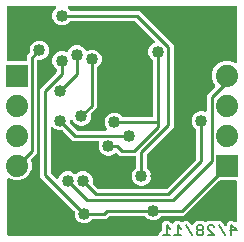
<source format=gbr>
G04 EAGLE Gerber RS-274X export*
G75*
%MOMM*%
%FSLAX34Y34*%
%LPD*%
%INBottom Copper*%
%IPPOS*%
%AMOC8*
5,1,8,0,0,1.08239X$1,22.5*%
G01*
%ADD10C,0.152400*%
%ADD11R,1.879600X1.879600*%
%ADD12C,1.879600*%
%ADD13C,0.254000*%
%ADD14C,1.016000*%

G36*
X131773Y4334D02*
X131773Y4334D01*
X131892Y4341D01*
X131930Y4354D01*
X131970Y4359D01*
X132081Y4402D01*
X132194Y4439D01*
X132228Y4461D01*
X132266Y4476D01*
X132362Y4545D01*
X132463Y4609D01*
X132490Y4639D01*
X132523Y4662D01*
X132599Y4754D01*
X132681Y4841D01*
X132700Y4876D01*
X132726Y4907D01*
X132777Y5015D01*
X132834Y5119D01*
X132844Y5159D01*
X132862Y5195D01*
X132884Y5312D01*
X132914Y5427D01*
X132917Y5487D01*
X132921Y5507D01*
X132920Y5528D01*
X132924Y5588D01*
X132924Y6150D01*
X135433Y8660D01*
X135494Y8738D01*
X135562Y8810D01*
X135591Y8863D01*
X135628Y8911D01*
X135668Y9002D01*
X135715Y9089D01*
X135730Y9147D01*
X135755Y9203D01*
X135770Y9301D01*
X135795Y9397D01*
X135801Y9497D01*
X135804Y9517D01*
X135803Y9529D01*
X135805Y9557D01*
X135805Y14794D01*
X138037Y17026D01*
X141194Y17026D01*
X143396Y14824D01*
X143481Y14758D01*
X143526Y14716D01*
X143537Y14710D01*
X143579Y14673D01*
X143615Y14654D01*
X143647Y14630D01*
X143757Y14582D01*
X143862Y14528D01*
X143902Y14519D01*
X143939Y14503D01*
X144057Y14484D01*
X144173Y14458D01*
X144213Y14460D01*
X144253Y14453D01*
X144372Y14464D01*
X144491Y14468D01*
X144529Y14479D01*
X144570Y14483D01*
X144682Y14523D01*
X144796Y14557D01*
X144831Y14577D01*
X144869Y14591D01*
X144968Y14658D01*
X145070Y14718D01*
X145115Y14758D01*
X145132Y14769D01*
X145146Y14785D01*
X145181Y14816D01*
X145182Y14816D01*
X145182Y14817D01*
X145191Y14824D01*
X147392Y17026D01*
X150549Y17026D01*
X151310Y16265D01*
X151429Y16173D01*
X151551Y16076D01*
X151557Y16074D01*
X151562Y16070D01*
X151701Y16010D01*
X151842Y15947D01*
X151848Y15946D01*
X151853Y15944D01*
X152006Y15920D01*
X152155Y15894D01*
X152161Y15895D01*
X152168Y15894D01*
X152321Y15909D01*
X152472Y15921D01*
X152478Y15923D01*
X152484Y15924D01*
X152628Y15975D01*
X152773Y16026D01*
X152780Y16030D01*
X152783Y16031D01*
X152792Y16037D01*
X152912Y16107D01*
X154645Y17262D01*
X157740Y16643D01*
X159497Y14008D01*
X159553Y13943D01*
X159600Y13873D01*
X159656Y13824D01*
X159705Y13767D01*
X159775Y13719D01*
X159839Y13662D01*
X159905Y13629D01*
X159966Y13586D01*
X160046Y13556D01*
X160122Y13518D01*
X160195Y13501D01*
X160265Y13476D01*
X160349Y13467D01*
X160432Y13448D01*
X160507Y13450D01*
X160581Y13443D01*
X160665Y13455D01*
X160750Y13458D01*
X160822Y13479D01*
X160895Y13490D01*
X160974Y13523D01*
X161056Y13546D01*
X161120Y13584D01*
X161189Y13613D01*
X161256Y13665D01*
X161330Y13708D01*
X161434Y13799D01*
X161442Y13806D01*
X161444Y13809D01*
X161450Y13814D01*
X163593Y15957D01*
X164662Y17026D01*
X170700Y17026D01*
X171461Y16265D01*
X171556Y16192D01*
X171645Y16113D01*
X171681Y16095D01*
X171713Y16070D01*
X171822Y16023D01*
X171928Y15969D01*
X171967Y15960D01*
X172005Y15944D01*
X172122Y15925D01*
X172238Y15899D01*
X172279Y15900D01*
X172319Y15894D01*
X172437Y15905D01*
X172556Y15909D01*
X172595Y15920D01*
X172635Y15924D01*
X172747Y15964D01*
X172862Y15997D01*
X172896Y16018D01*
X172935Y16031D01*
X173033Y16098D01*
X173136Y16159D01*
X173181Y16198D01*
X173198Y16210D01*
X173211Y16225D01*
X173256Y16265D01*
X174017Y17026D01*
X180055Y17026D01*
X180240Y16841D01*
X180362Y16747D01*
X180481Y16653D01*
X180487Y16650D01*
X180491Y16646D01*
X180632Y16585D01*
X180772Y16524D01*
X180778Y16523D01*
X180783Y16520D01*
X180936Y16496D01*
X181085Y16471D01*
X181091Y16471D01*
X181097Y16470D01*
X181251Y16485D01*
X181402Y16497D01*
X181408Y16499D01*
X181414Y16500D01*
X181558Y16552D01*
X181702Y16602D01*
X181710Y16606D01*
X181713Y16608D01*
X181722Y16613D01*
X181842Y16683D01*
X182710Y17262D01*
X185806Y16643D01*
X188170Y13096D01*
X188239Y13016D01*
X188301Y12931D01*
X188343Y12896D01*
X188378Y12855D01*
X188465Y12796D01*
X188546Y12728D01*
X188595Y12705D01*
X188640Y12674D01*
X188739Y12638D01*
X188833Y12593D01*
X188887Y12583D01*
X188938Y12564D01*
X189043Y12553D01*
X189146Y12533D01*
X189200Y12536D01*
X189254Y12531D01*
X189358Y12546D01*
X189463Y12553D01*
X189515Y12570D01*
X189569Y12578D01*
X189666Y12618D01*
X189766Y12651D01*
X189812Y12680D01*
X189862Y12701D01*
X189946Y12765D01*
X190034Y12821D01*
X190072Y12861D01*
X190115Y12894D01*
X190180Y12976D01*
X190252Y13053D01*
X190279Y13100D01*
X190312Y13143D01*
X190355Y13239D01*
X190406Y13331D01*
X190419Y13384D01*
X190442Y13434D01*
X190459Y13537D01*
X190485Y13639D01*
X190491Y13726D01*
X190494Y13747D01*
X190493Y13762D01*
X190496Y13800D01*
X190496Y14794D01*
X192728Y17026D01*
X195885Y17026D01*
X196715Y16196D01*
X196824Y16112D01*
X196931Y16022D01*
X196950Y16014D01*
X196966Y16001D01*
X197093Y15946D01*
X197219Y15887D01*
X197239Y15883D01*
X197258Y15875D01*
X197396Y15853D01*
X197532Y15827D01*
X197552Y15828D01*
X197572Y15825D01*
X197711Y15838D01*
X197849Y15847D01*
X197868Y15853D01*
X197888Y15855D01*
X198020Y15902D01*
X198151Y15945D01*
X198169Y15956D01*
X198188Y15963D01*
X198303Y16041D01*
X198420Y16115D01*
X198434Y16130D01*
X198451Y16141D01*
X198543Y16245D01*
X198638Y16347D01*
X198648Y16364D01*
X198661Y16380D01*
X198724Y16503D01*
X198792Y16625D01*
X198797Y16645D01*
X198806Y16663D01*
X198836Y16799D01*
X198871Y16933D01*
X198873Y16961D01*
X198876Y16973D01*
X198875Y16994D01*
X198881Y17094D01*
X198881Y49784D01*
X198866Y49902D01*
X198859Y50021D01*
X198846Y50059D01*
X198841Y50100D01*
X198798Y50210D01*
X198761Y50323D01*
X198739Y50358D01*
X198724Y50395D01*
X198655Y50491D01*
X198591Y50592D01*
X198561Y50620D01*
X198538Y50653D01*
X198446Y50729D01*
X198359Y50810D01*
X198324Y50830D01*
X198293Y50855D01*
X198185Y50906D01*
X198081Y50964D01*
X198041Y50974D01*
X198005Y50991D01*
X197888Y51013D01*
X197773Y51043D01*
X197713Y51047D01*
X197693Y51051D01*
X197672Y51049D01*
X197612Y51053D01*
X184687Y51053D01*
X184588Y51041D01*
X184489Y51038D01*
X184431Y51021D01*
X184371Y51013D01*
X184279Y50977D01*
X184184Y50949D01*
X184132Y50919D01*
X184075Y50896D01*
X183995Y50838D01*
X183910Y50788D01*
X183835Y50722D01*
X183818Y50710D01*
X183810Y50700D01*
X183789Y50682D01*
X157090Y23983D01*
X154189Y21081D01*
X135973Y21081D01*
X135875Y21069D01*
X135776Y21066D01*
X135717Y21049D01*
X135657Y21041D01*
X135565Y21005D01*
X135470Y20977D01*
X135418Y20947D01*
X135362Y20924D01*
X135282Y20866D01*
X135196Y20816D01*
X135121Y20750D01*
X135104Y20738D01*
X135096Y20728D01*
X135075Y20710D01*
X132875Y18509D01*
X129887Y17271D01*
X126653Y17271D01*
X123665Y18509D01*
X121465Y20710D01*
X121386Y20770D01*
X121314Y20838D01*
X121261Y20867D01*
X121213Y20904D01*
X121122Y20944D01*
X121036Y20992D01*
X120977Y21007D01*
X120922Y21031D01*
X120824Y21046D01*
X120728Y21071D01*
X120628Y21077D01*
X120607Y21081D01*
X120595Y21079D01*
X120567Y21081D01*
X91215Y21081D01*
X91116Y21069D01*
X91017Y21066D01*
X90959Y21049D01*
X90899Y21041D01*
X90807Y21005D01*
X90712Y20977D01*
X90660Y20947D01*
X90603Y20924D01*
X90523Y20866D01*
X90438Y20816D01*
X90363Y20750D01*
X90346Y20738D01*
X90338Y20728D01*
X90317Y20710D01*
X88149Y18541D01*
X77553Y18541D01*
X77455Y18529D01*
X77356Y18526D01*
X77297Y18509D01*
X77237Y18501D01*
X77145Y18465D01*
X77050Y18437D01*
X76998Y18407D01*
X76942Y18384D01*
X76862Y18326D01*
X76776Y18276D01*
X76701Y18210D01*
X76684Y18198D01*
X76676Y18188D01*
X76655Y18170D01*
X74455Y15969D01*
X71467Y14731D01*
X68233Y14731D01*
X65245Y15969D01*
X62959Y18255D01*
X61721Y21243D01*
X61721Y24355D01*
X61709Y24454D01*
X61706Y24553D01*
X61689Y24611D01*
X61681Y24671D01*
X61645Y24763D01*
X61617Y24858D01*
X61587Y24910D01*
X61564Y24967D01*
X61506Y25047D01*
X61456Y25132D01*
X61390Y25207D01*
X61378Y25224D01*
X61368Y25232D01*
X61350Y25253D01*
X32511Y54091D01*
X32511Y128789D01*
X46110Y142387D01*
X46170Y142465D01*
X46238Y142538D01*
X46267Y142591D01*
X46304Y142638D01*
X46344Y142729D01*
X46392Y142816D01*
X46407Y142875D01*
X46431Y142930D01*
X46446Y143028D01*
X46471Y143124D01*
X46477Y143224D01*
X46481Y143244D01*
X46479Y143257D01*
X46481Y143285D01*
X46481Y144697D01*
X46469Y144795D01*
X46466Y144894D01*
X46449Y144953D01*
X46441Y145013D01*
X46405Y145105D01*
X46377Y145200D01*
X46347Y145252D01*
X46324Y145308D01*
X46266Y145388D01*
X46216Y145474D01*
X46150Y145549D01*
X46138Y145566D01*
X46128Y145574D01*
X46110Y145595D01*
X43909Y147795D01*
X42671Y150783D01*
X42671Y154017D01*
X43909Y157005D01*
X46195Y159291D01*
X49183Y160529D01*
X52417Y160529D01*
X54272Y159760D01*
X54387Y159729D01*
X54500Y159690D01*
X54540Y159687D01*
X54579Y159676D01*
X54698Y159674D01*
X54817Y159665D01*
X54857Y159672D01*
X54897Y159671D01*
X55013Y159699D01*
X55130Y159719D01*
X55167Y159736D01*
X55206Y159745D01*
X55312Y159801D01*
X55420Y159850D01*
X55452Y159875D01*
X55487Y159894D01*
X55575Y159974D01*
X55668Y160049D01*
X55693Y160081D01*
X55723Y160108D01*
X55788Y160208D01*
X55860Y160303D01*
X55886Y160357D01*
X55897Y160374D01*
X55904Y160393D01*
X55931Y160447D01*
X56609Y162085D01*
X58895Y164371D01*
X61883Y165609D01*
X65117Y165609D01*
X68105Y164371D01*
X70391Y162085D01*
X70620Y161531D01*
X70679Y161428D01*
X70732Y161321D01*
X70758Y161290D01*
X70778Y161255D01*
X70861Y161169D01*
X70938Y161079D01*
X70971Y161056D01*
X70999Y161026D01*
X71101Y160964D01*
X71198Y160896D01*
X71236Y160881D01*
X71270Y160860D01*
X71384Y160825D01*
X71495Y160783D01*
X71536Y160779D01*
X71574Y160767D01*
X71693Y160761D01*
X71812Y160748D01*
X71852Y160753D01*
X71892Y160752D01*
X72008Y160776D01*
X72126Y160792D01*
X72183Y160812D01*
X72203Y160816D01*
X72222Y160825D01*
X72279Y160844D01*
X74583Y161799D01*
X77817Y161799D01*
X80805Y160561D01*
X83091Y158275D01*
X84329Y155287D01*
X84329Y152053D01*
X83091Y149065D01*
X80890Y146865D01*
X80830Y146786D01*
X80762Y146714D01*
X80733Y146661D01*
X80696Y146613D01*
X80656Y146522D01*
X80608Y146436D01*
X80593Y146377D01*
X80569Y146322D01*
X80554Y146224D01*
X80529Y146128D01*
X80523Y146028D01*
X80519Y146007D01*
X80521Y145995D01*
X80519Y145967D01*
X80519Y112511D01*
X75810Y107803D01*
X75750Y107725D01*
X75682Y107652D01*
X75653Y107599D01*
X75616Y107552D01*
X75576Y107461D01*
X75528Y107374D01*
X75513Y107315D01*
X75489Y107260D01*
X75474Y107162D01*
X75449Y107066D01*
X75443Y106966D01*
X75439Y106946D01*
X75441Y106933D01*
X75439Y106905D01*
X75439Y103793D01*
X74201Y100805D01*
X71915Y98519D01*
X68927Y97281D01*
X65693Y97281D01*
X62705Y98519D01*
X60419Y100805D01*
X60101Y101574D01*
X60066Y101634D01*
X60040Y101699D01*
X59988Y101772D01*
X59943Y101850D01*
X59895Y101900D01*
X59854Y101956D01*
X59784Y102014D01*
X59722Y102078D01*
X59662Y102115D01*
X59609Y102159D01*
X59527Y102198D01*
X59451Y102245D01*
X59384Y102265D01*
X59321Y102295D01*
X59233Y102312D01*
X59147Y102338D01*
X59077Y102341D01*
X59008Y102355D01*
X58919Y102349D01*
X58829Y102353D01*
X58761Y102339D01*
X58691Y102335D01*
X58606Y102307D01*
X58518Y102289D01*
X58455Y102258D01*
X58389Y102237D01*
X58313Y102189D01*
X58232Y102149D01*
X58179Y102104D01*
X58120Y102067D01*
X58058Y102001D01*
X57990Y101943D01*
X57950Y101886D01*
X57902Y101835D01*
X57858Y101756D01*
X57807Y101683D01*
X57782Y101618D01*
X57748Y101557D01*
X57726Y101469D01*
X57694Y101386D01*
X57686Y101316D01*
X57669Y101249D01*
X57659Y101088D01*
X57659Y100105D01*
X57671Y100006D01*
X57674Y99907D01*
X57691Y99849D01*
X57699Y99789D01*
X57735Y99697D01*
X57763Y99602D01*
X57793Y99550D01*
X57816Y99493D01*
X57874Y99413D01*
X57924Y99328D01*
X57990Y99253D01*
X58002Y99236D01*
X58012Y99228D01*
X58030Y99207D01*
X63647Y93590D01*
X63725Y93530D01*
X63798Y93462D01*
X63851Y93433D01*
X63898Y93396D01*
X63989Y93356D01*
X64076Y93308D01*
X64135Y93293D01*
X64190Y93269D01*
X64288Y93254D01*
X64384Y93229D01*
X64484Y93223D01*
X64504Y93219D01*
X64517Y93221D01*
X64545Y93219D01*
X87801Y93219D01*
X87939Y93236D01*
X88078Y93249D01*
X88097Y93256D01*
X88117Y93259D01*
X88246Y93310D01*
X88377Y93357D01*
X88394Y93368D01*
X88412Y93376D01*
X88525Y93457D01*
X88640Y93535D01*
X88653Y93551D01*
X88670Y93562D01*
X88759Y93670D01*
X88851Y93774D01*
X88860Y93792D01*
X88873Y93807D01*
X88932Y93933D01*
X88995Y94057D01*
X89000Y94077D01*
X89008Y94095D01*
X89034Y94231D01*
X89065Y94367D01*
X89064Y94388D01*
X89068Y94407D01*
X89059Y94546D01*
X89055Y94685D01*
X89049Y94705D01*
X89048Y94725D01*
X89005Y94857D01*
X88967Y94991D01*
X88956Y95008D01*
X88950Y95027D01*
X88876Y95145D01*
X88805Y95265D01*
X88787Y95286D01*
X88780Y95296D01*
X88765Y95310D01*
X88699Y95386D01*
X88359Y95725D01*
X87121Y98713D01*
X87121Y101947D01*
X88359Y104935D01*
X90645Y107221D01*
X93633Y108459D01*
X96867Y108459D01*
X99855Y107221D01*
X102055Y105020D01*
X102134Y104960D01*
X102206Y104892D01*
X102259Y104863D01*
X102307Y104826D01*
X102398Y104786D01*
X102484Y104738D01*
X102543Y104723D01*
X102598Y104699D01*
X102696Y104684D01*
X102792Y104659D01*
X102892Y104653D01*
X102913Y104649D01*
X102925Y104651D01*
X102953Y104649D01*
X126492Y104649D01*
X126610Y104664D01*
X126729Y104671D01*
X126767Y104684D01*
X126808Y104689D01*
X126918Y104732D01*
X127031Y104769D01*
X127066Y104791D01*
X127103Y104806D01*
X127199Y104875D01*
X127300Y104939D01*
X127328Y104969D01*
X127361Y104992D01*
X127437Y105084D01*
X127518Y105171D01*
X127538Y105206D01*
X127563Y105237D01*
X127614Y105345D01*
X127672Y105449D01*
X127682Y105489D01*
X127699Y105525D01*
X127721Y105642D01*
X127751Y105757D01*
X127755Y105817D01*
X127759Y105837D01*
X127757Y105858D01*
X127761Y105918D01*
X127761Y152317D01*
X127749Y152415D01*
X127746Y152514D01*
X127729Y152573D01*
X127721Y152633D01*
X127685Y152725D01*
X127657Y152820D01*
X127627Y152872D01*
X127604Y152928D01*
X127546Y153008D01*
X127496Y153094D01*
X127430Y153169D01*
X127418Y153186D01*
X127408Y153194D01*
X127390Y153215D01*
X125189Y155415D01*
X123951Y158403D01*
X123951Y161637D01*
X125189Y164625D01*
X127475Y166911D01*
X128765Y167445D01*
X128808Y167470D01*
X128855Y167487D01*
X128946Y167549D01*
X129041Y167603D01*
X129077Y167637D01*
X129118Y167665D01*
X129191Y167748D01*
X129270Y167824D01*
X129296Y167867D01*
X129329Y167904D01*
X129379Y168002D01*
X129436Y168095D01*
X129451Y168143D01*
X129473Y168187D01*
X129497Y168294D01*
X129530Y168399D01*
X129532Y168449D01*
X129543Y168497D01*
X129540Y168607D01*
X129545Y168717D01*
X129535Y168766D01*
X129533Y168815D01*
X129503Y168921D01*
X129480Y169028D01*
X129459Y169073D01*
X129445Y169121D01*
X129389Y169215D01*
X129341Y169314D01*
X129308Y169352D01*
X129283Y169395D01*
X129177Y169516D01*
X112883Y185810D01*
X112805Y185870D01*
X112732Y185938D01*
X112679Y185967D01*
X112632Y186004D01*
X112541Y186044D01*
X112454Y186092D01*
X112395Y186107D01*
X112340Y186131D01*
X112242Y186146D01*
X112146Y186171D01*
X112046Y186177D01*
X112026Y186181D01*
X112013Y186179D01*
X111985Y186181D01*
X58503Y186181D01*
X58405Y186169D01*
X58306Y186166D01*
X58247Y186149D01*
X58187Y186141D01*
X58095Y186105D01*
X58000Y186077D01*
X57948Y186047D01*
X57892Y186024D01*
X57812Y185966D01*
X57726Y185916D01*
X57651Y185850D01*
X57634Y185838D01*
X57626Y185828D01*
X57605Y185810D01*
X55405Y183609D01*
X52417Y182371D01*
X49183Y182371D01*
X46195Y183609D01*
X43909Y185895D01*
X42671Y188883D01*
X42671Y192117D01*
X43909Y195105D01*
X45519Y196715D01*
X45604Y196824D01*
X45693Y196931D01*
X45701Y196950D01*
X45714Y196966D01*
X45769Y197094D01*
X45828Y197219D01*
X45832Y197239D01*
X45840Y197258D01*
X45862Y197396D01*
X45888Y197532D01*
X45887Y197552D01*
X45890Y197572D01*
X45877Y197711D01*
X45868Y197849D01*
X45862Y197868D01*
X45860Y197888D01*
X45813Y198020D01*
X45770Y198151D01*
X45759Y198169D01*
X45752Y198188D01*
X45674Y198303D01*
X45600Y198420D01*
X45585Y198434D01*
X45574Y198451D01*
X45470Y198543D01*
X45368Y198638D01*
X45351Y198648D01*
X45335Y198661D01*
X45211Y198725D01*
X45090Y198792D01*
X45070Y198797D01*
X45052Y198806D01*
X44916Y198836D01*
X44782Y198871D01*
X44754Y198873D01*
X44742Y198876D01*
X44721Y198875D01*
X44621Y198881D01*
X5588Y198881D01*
X5470Y198866D01*
X5351Y198859D01*
X5313Y198846D01*
X5272Y198841D01*
X5162Y198798D01*
X5049Y198761D01*
X5014Y198739D01*
X4977Y198724D01*
X4881Y198655D01*
X4780Y198591D01*
X4752Y198561D01*
X4719Y198538D01*
X4643Y198446D01*
X4562Y198359D01*
X4542Y198324D01*
X4517Y198293D01*
X4466Y198185D01*
X4408Y198081D01*
X4398Y198041D01*
X4381Y198005D01*
X4359Y197888D01*
X4329Y197773D01*
X4325Y197713D01*
X4321Y197693D01*
X4323Y197672D01*
X4319Y197612D01*
X4319Y153416D01*
X4334Y153298D01*
X4341Y153179D01*
X4354Y153141D01*
X4359Y153100D01*
X4402Y152990D01*
X4439Y152877D01*
X4461Y152842D01*
X4476Y152805D01*
X4545Y152709D01*
X4609Y152608D01*
X4639Y152580D01*
X4662Y152547D01*
X4754Y152471D01*
X4841Y152390D01*
X4876Y152370D01*
X4907Y152345D01*
X5015Y152294D01*
X5119Y152236D01*
X5159Y152226D01*
X5195Y152209D01*
X5312Y152187D01*
X5427Y152157D01*
X5487Y152153D01*
X5507Y152149D01*
X5528Y152151D01*
X5588Y152147D01*
X19812Y152147D01*
X19930Y152162D01*
X20049Y152169D01*
X20087Y152182D01*
X20128Y152187D01*
X20238Y152230D01*
X20351Y152267D01*
X20386Y152289D01*
X20423Y152304D01*
X20519Y152373D01*
X20620Y152437D01*
X20648Y152467D01*
X20681Y152490D01*
X20757Y152582D01*
X20838Y152669D01*
X20858Y152704D01*
X20883Y152735D01*
X20934Y152843D01*
X20992Y152947D01*
X21002Y152987D01*
X21019Y153023D01*
X21041Y153140D01*
X21071Y153255D01*
X21075Y153315D01*
X21079Y153335D01*
X21077Y153356D01*
X21081Y153416D01*
X21081Y156729D01*
X23250Y158897D01*
X23310Y158975D01*
X23378Y159048D01*
X23407Y159101D01*
X23444Y159148D01*
X23484Y159239D01*
X23532Y159326D01*
X23547Y159385D01*
X23571Y159440D01*
X23586Y159538D01*
X23611Y159634D01*
X23617Y159734D01*
X23621Y159754D01*
X23619Y159767D01*
X23621Y159795D01*
X23621Y162907D01*
X24859Y165895D01*
X27145Y168181D01*
X30133Y169419D01*
X33367Y169419D01*
X36355Y168181D01*
X38641Y165895D01*
X39879Y162907D01*
X39879Y159673D01*
X38641Y156685D01*
X36355Y154399D01*
X33367Y153161D01*
X30988Y153161D01*
X30870Y153146D01*
X30751Y153139D01*
X30713Y153126D01*
X30672Y153121D01*
X30562Y153078D01*
X30449Y153041D01*
X30414Y153019D01*
X30377Y153004D01*
X30281Y152935D01*
X30180Y152871D01*
X30152Y152841D01*
X30119Y152818D01*
X30043Y152726D01*
X29962Y152639D01*
X29942Y152604D01*
X29917Y152573D01*
X29866Y152465D01*
X29808Y152361D01*
X29798Y152321D01*
X29781Y152285D01*
X29759Y152168D01*
X29729Y152053D01*
X29725Y151993D01*
X29721Y151973D01*
X29723Y151952D01*
X29719Y151892D01*
X29719Y74411D01*
X26817Y71510D01*
X24615Y69307D01*
X24597Y69284D01*
X24574Y69265D01*
X24500Y69159D01*
X24420Y69056D01*
X24408Y69029D01*
X24391Y69005D01*
X24345Y68883D01*
X24294Y68764D01*
X24289Y68735D01*
X24278Y68707D01*
X24264Y68578D01*
X24244Y68450D01*
X24247Y68421D01*
X24243Y68391D01*
X24261Y68263D01*
X24274Y68133D01*
X24284Y68106D01*
X24288Y68076D01*
X24340Y67924D01*
X25147Y65976D01*
X25147Y61024D01*
X23252Y56450D01*
X19750Y52948D01*
X15176Y51053D01*
X10224Y51053D01*
X6074Y52772D01*
X6026Y52786D01*
X5981Y52807D01*
X5873Y52827D01*
X5767Y52856D01*
X5717Y52857D01*
X5668Y52867D01*
X5559Y52860D01*
X5449Y52861D01*
X5401Y52850D01*
X5351Y52847D01*
X5247Y52813D01*
X5140Y52787D01*
X5096Y52764D01*
X5049Y52749D01*
X4956Y52690D01*
X4859Y52639D01*
X4822Y52605D01*
X4780Y52579D01*
X4705Y52498D01*
X4623Y52425D01*
X4596Y52383D01*
X4562Y52347D01*
X4509Y52251D01*
X4449Y52159D01*
X4432Y52112D01*
X4408Y52068D01*
X4381Y51962D01*
X4345Y51858D01*
X4341Y51809D01*
X4329Y51761D01*
X4319Y51600D01*
X4319Y5588D01*
X4334Y5470D01*
X4341Y5351D01*
X4354Y5313D01*
X4359Y5272D01*
X4402Y5162D01*
X4439Y5049D01*
X4461Y5014D01*
X4476Y4977D01*
X4545Y4881D01*
X4609Y4780D01*
X4639Y4752D01*
X4662Y4719D01*
X4754Y4643D01*
X4841Y4562D01*
X4876Y4542D01*
X4907Y4517D01*
X5015Y4466D01*
X5119Y4408D01*
X5159Y4398D01*
X5195Y4381D01*
X5312Y4359D01*
X5427Y4329D01*
X5487Y4325D01*
X5507Y4321D01*
X5528Y4323D01*
X5588Y4319D01*
X131655Y4319D01*
X131773Y4334D01*
G37*
G36*
X138754Y43701D02*
X138754Y43701D01*
X138853Y43704D01*
X138911Y43721D01*
X138971Y43729D01*
X139063Y43765D01*
X139158Y43793D01*
X139210Y43823D01*
X139267Y43846D01*
X139347Y43904D01*
X139432Y43954D01*
X139507Y44020D01*
X139524Y44032D01*
X139532Y44042D01*
X139553Y44060D01*
X164220Y68727D01*
X164280Y68805D01*
X164348Y68878D01*
X164377Y68931D01*
X164414Y68978D01*
X164454Y69069D01*
X164502Y69156D01*
X164517Y69215D01*
X164541Y69270D01*
X164556Y69368D01*
X164581Y69464D01*
X164587Y69564D01*
X164591Y69584D01*
X164589Y69597D01*
X164591Y69625D01*
X164591Y93897D01*
X164579Y93995D01*
X164576Y94094D01*
X164559Y94153D01*
X164551Y94213D01*
X164515Y94305D01*
X164487Y94400D01*
X164457Y94452D01*
X164434Y94508D01*
X164376Y94589D01*
X164326Y94674D01*
X164260Y94749D01*
X164248Y94766D01*
X164238Y94774D01*
X164220Y94795D01*
X162019Y96995D01*
X160781Y99983D01*
X160781Y103217D01*
X162019Y106205D01*
X164305Y108491D01*
X167293Y109729D01*
X170527Y109729D01*
X171726Y109232D01*
X171774Y109219D01*
X171819Y109198D01*
X171927Y109177D01*
X172033Y109148D01*
X172083Y109147D01*
X172132Y109138D01*
X172241Y109145D01*
X172351Y109143D01*
X172399Y109155D01*
X172449Y109158D01*
X172553Y109191D01*
X172660Y109217D01*
X172704Y109240D01*
X172751Y109256D01*
X172844Y109314D01*
X172941Y109366D01*
X172978Y109399D01*
X173020Y109426D01*
X173095Y109506D01*
X173177Y109580D01*
X173204Y109621D01*
X173238Y109657D01*
X173291Y109754D01*
X173351Y109845D01*
X173368Y109892D01*
X173392Y109936D01*
X173419Y110042D01*
X173455Y110146D01*
X173459Y110196D01*
X173471Y110244D01*
X173481Y110405D01*
X173481Y123709D01*
X180288Y130515D01*
X180361Y130609D01*
X180439Y130698D01*
X180458Y130734D01*
X180482Y130766D01*
X180530Y130876D01*
X180584Y130982D01*
X180593Y131021D01*
X180609Y131058D01*
X180628Y131176D01*
X180654Y131292D01*
X180652Y131332D01*
X180659Y131372D01*
X180647Y131491D01*
X180644Y131610D01*
X180633Y131649D01*
X180629Y131689D01*
X180589Y131801D01*
X180555Y131915D01*
X180535Y131950D01*
X180521Y131988D01*
X180454Y132087D01*
X180394Y132189D01*
X180354Y132235D01*
X180343Y132251D01*
X180327Y132265D01*
X180288Y132310D01*
X179948Y132650D01*
X178053Y137224D01*
X178053Y142176D01*
X179948Y146750D01*
X183450Y150252D01*
X188024Y152147D01*
X192976Y152147D01*
X197126Y150428D01*
X197174Y150414D01*
X197219Y150393D01*
X197327Y150373D01*
X197433Y150344D01*
X197483Y150343D01*
X197532Y150333D01*
X197641Y150340D01*
X197751Y150339D01*
X197799Y150350D01*
X197849Y150353D01*
X197953Y150387D01*
X198060Y150413D01*
X198104Y150436D01*
X198151Y150451D01*
X198244Y150510D01*
X198341Y150561D01*
X198378Y150595D01*
X198420Y150621D01*
X198495Y150702D01*
X198577Y150775D01*
X198604Y150817D01*
X198638Y150853D01*
X198691Y150949D01*
X198751Y151041D01*
X198768Y151088D01*
X198792Y151132D01*
X198819Y151238D01*
X198855Y151342D01*
X198859Y151391D01*
X198871Y151439D01*
X198881Y151600D01*
X198881Y197612D01*
X198866Y197730D01*
X198859Y197849D01*
X198846Y197887D01*
X198841Y197928D01*
X198798Y198038D01*
X198761Y198151D01*
X198739Y198186D01*
X198724Y198223D01*
X198655Y198319D01*
X198591Y198420D01*
X198561Y198448D01*
X198538Y198481D01*
X198446Y198557D01*
X198359Y198638D01*
X198324Y198658D01*
X198293Y198683D01*
X198185Y198734D01*
X198081Y198792D01*
X198041Y198802D01*
X198005Y198819D01*
X197888Y198841D01*
X197773Y198871D01*
X197713Y198875D01*
X197693Y198879D01*
X197672Y198877D01*
X197612Y198881D01*
X56979Y198881D01*
X56841Y198864D01*
X56702Y198851D01*
X56683Y198844D01*
X56663Y198841D01*
X56534Y198790D01*
X56403Y198743D01*
X56386Y198732D01*
X56368Y198724D01*
X56255Y198643D01*
X56140Y198565D01*
X56127Y198549D01*
X56110Y198538D01*
X56021Y198430D01*
X55929Y198326D01*
X55920Y198308D01*
X55907Y198293D01*
X55848Y198167D01*
X55785Y198043D01*
X55780Y198023D01*
X55772Y198005D01*
X55746Y197868D01*
X55715Y197733D01*
X55716Y197712D01*
X55712Y197693D01*
X55721Y197554D01*
X55725Y197415D01*
X55731Y197395D01*
X55732Y197375D01*
X55775Y197243D01*
X55813Y197109D01*
X55824Y197092D01*
X55830Y197073D01*
X55904Y196955D01*
X55975Y196835D01*
X55993Y196814D01*
X56000Y196804D01*
X56015Y196790D01*
X56081Y196715D01*
X57605Y195190D01*
X57684Y195130D01*
X57756Y195062D01*
X57809Y195033D01*
X57857Y194996D01*
X57948Y194956D01*
X58034Y194908D01*
X58093Y194893D01*
X58148Y194869D01*
X58246Y194854D01*
X58342Y194829D01*
X58442Y194823D01*
X58463Y194819D01*
X58475Y194821D01*
X58503Y194819D01*
X116089Y194819D01*
X145289Y165619D01*
X145289Y96001D01*
X122800Y73513D01*
X122740Y73435D01*
X122672Y73362D01*
X122643Y73309D01*
X122606Y73262D01*
X122566Y73171D01*
X122518Y73084D01*
X122503Y73025D01*
X122479Y72970D01*
X122464Y72872D01*
X122439Y72776D01*
X122433Y72676D01*
X122429Y72656D01*
X122431Y72643D01*
X122429Y72615D01*
X122429Y62313D01*
X122441Y62215D01*
X122444Y62116D01*
X122461Y62057D01*
X122469Y61997D01*
X122505Y61905D01*
X122533Y61810D01*
X122563Y61758D01*
X122586Y61702D01*
X122644Y61622D01*
X122694Y61536D01*
X122760Y61461D01*
X122772Y61444D01*
X122782Y61436D01*
X122800Y61415D01*
X125001Y59215D01*
X126239Y56227D01*
X126239Y52993D01*
X125001Y50005D01*
X122715Y47719D01*
X119727Y46481D01*
X116493Y46481D01*
X113505Y47719D01*
X111219Y50005D01*
X109981Y52993D01*
X109981Y56227D01*
X111219Y59215D01*
X113420Y61415D01*
X113480Y61494D01*
X113548Y61566D01*
X113577Y61619D01*
X113614Y61667D01*
X113654Y61758D01*
X113702Y61844D01*
X113717Y61903D01*
X113741Y61958D01*
X113756Y62056D01*
X113781Y62152D01*
X113787Y62252D01*
X113791Y62273D01*
X113789Y62285D01*
X113791Y62313D01*
X113791Y70612D01*
X113776Y70730D01*
X113769Y70849D01*
X113756Y70887D01*
X113751Y70928D01*
X113708Y71038D01*
X113671Y71151D01*
X113649Y71186D01*
X113634Y71223D01*
X113565Y71319D01*
X113501Y71420D01*
X113471Y71448D01*
X113448Y71481D01*
X113356Y71557D01*
X113269Y71638D01*
X113234Y71658D01*
X113203Y71683D01*
X113095Y71734D01*
X112991Y71792D01*
X112951Y71802D01*
X112915Y71819D01*
X112798Y71841D01*
X112683Y71871D01*
X112623Y71875D01*
X112603Y71879D01*
X112582Y71877D01*
X112522Y71881D01*
X99811Y71881D01*
X97572Y74121D01*
X97477Y74194D01*
X97388Y74273D01*
X97352Y74291D01*
X97320Y74316D01*
X97211Y74363D01*
X97105Y74417D01*
X97066Y74426D01*
X97028Y74442D01*
X96911Y74461D01*
X96795Y74487D01*
X96754Y74486D01*
X96714Y74492D01*
X96596Y74481D01*
X96477Y74477D01*
X96438Y74466D01*
X96398Y74462D01*
X96286Y74422D01*
X96171Y74389D01*
X96137Y74368D01*
X96098Y74355D01*
X96000Y74288D01*
X95897Y74227D01*
X95852Y74187D01*
X95835Y74176D01*
X95822Y74161D01*
X95777Y74121D01*
X94775Y73119D01*
X91787Y71881D01*
X88553Y71881D01*
X85565Y73119D01*
X83279Y75405D01*
X82041Y78393D01*
X82041Y81627D01*
X82538Y82826D01*
X82551Y82874D01*
X82572Y82919D01*
X82593Y83027D01*
X82622Y83133D01*
X82623Y83183D01*
X82632Y83232D01*
X82625Y83341D01*
X82627Y83451D01*
X82615Y83499D01*
X82612Y83549D01*
X82579Y83653D01*
X82553Y83760D01*
X82530Y83804D01*
X82514Y83851D01*
X82456Y83944D01*
X82404Y84041D01*
X82371Y84078D01*
X82344Y84120D01*
X82264Y84195D01*
X82190Y84277D01*
X82149Y84304D01*
X82113Y84338D01*
X82016Y84391D01*
X81925Y84451D01*
X81878Y84468D01*
X81834Y84492D01*
X81728Y84519D01*
X81624Y84555D01*
X81574Y84559D01*
X81526Y84571D01*
X81365Y84581D01*
X60441Y84581D01*
X51923Y93100D01*
X51845Y93160D01*
X51772Y93228D01*
X51719Y93257D01*
X51672Y93294D01*
X51581Y93334D01*
X51494Y93382D01*
X51435Y93397D01*
X51380Y93421D01*
X51282Y93436D01*
X51186Y93461D01*
X51086Y93467D01*
X51066Y93471D01*
X51053Y93469D01*
X51025Y93471D01*
X47913Y93471D01*
X44925Y94709D01*
X43315Y96319D01*
X43206Y96404D01*
X43099Y96493D01*
X43080Y96501D01*
X43064Y96514D01*
X42936Y96569D01*
X42811Y96628D01*
X42791Y96632D01*
X42772Y96640D01*
X42634Y96662D01*
X42498Y96688D01*
X42478Y96687D01*
X42458Y96690D01*
X42319Y96677D01*
X42181Y96668D01*
X42162Y96662D01*
X42142Y96660D01*
X42010Y96613D01*
X41879Y96570D01*
X41861Y96559D01*
X41842Y96552D01*
X41727Y96474D01*
X41610Y96400D01*
X41596Y96385D01*
X41579Y96374D01*
X41487Y96270D01*
X41392Y96168D01*
X41382Y96151D01*
X41369Y96135D01*
X41305Y96011D01*
X41238Y95890D01*
X41233Y95870D01*
X41224Y95852D01*
X41194Y95716D01*
X41159Y95582D01*
X41157Y95554D01*
X41154Y95542D01*
X41155Y95521D01*
X41149Y95421D01*
X41149Y58195D01*
X41161Y58096D01*
X41164Y57997D01*
X41181Y57939D01*
X41189Y57879D01*
X41225Y57787D01*
X41253Y57692D01*
X41283Y57640D01*
X41306Y57583D01*
X41364Y57503D01*
X41414Y57418D01*
X41480Y57343D01*
X41492Y57326D01*
X41502Y57318D01*
X41520Y57297D01*
X46013Y52805D01*
X46052Y52775D01*
X46085Y52738D01*
X46177Y52678D01*
X46264Y52610D01*
X46309Y52590D01*
X46351Y52563D01*
X46455Y52528D01*
X46556Y52484D01*
X46605Y52476D01*
X46652Y52460D01*
X46761Y52451D01*
X46870Y52434D01*
X46919Y52439D01*
X46969Y52435D01*
X47077Y52453D01*
X47186Y52464D01*
X47233Y52481D01*
X47282Y52489D01*
X47382Y52534D01*
X47486Y52571D01*
X47527Y52599D01*
X47572Y52620D01*
X47658Y52688D01*
X47749Y52750D01*
X47782Y52787D01*
X47820Y52818D01*
X47887Y52906D01*
X47959Y52988D01*
X47982Y53033D01*
X48012Y53072D01*
X48083Y53217D01*
X48989Y55405D01*
X51275Y57691D01*
X54263Y58929D01*
X57497Y58929D01*
X60485Y57691D01*
X61333Y56843D01*
X61427Y56770D01*
X61516Y56692D01*
X61552Y56673D01*
X61584Y56648D01*
X61693Y56601D01*
X61799Y56547D01*
X61838Y56538D01*
X61876Y56522D01*
X61993Y56503D01*
X62109Y56477D01*
X62150Y56478D01*
X62190Y56472D01*
X62308Y56483D01*
X62427Y56487D01*
X62466Y56498D01*
X62506Y56502D01*
X62618Y56542D01*
X62733Y56575D01*
X62768Y56596D01*
X62806Y56610D01*
X62904Y56676D01*
X63007Y56737D01*
X63052Y56777D01*
X63069Y56788D01*
X63082Y56803D01*
X63128Y56843D01*
X63975Y57691D01*
X66963Y58929D01*
X70197Y58929D01*
X73185Y57691D01*
X75471Y55405D01*
X76709Y52417D01*
X76709Y49305D01*
X76721Y49206D01*
X76724Y49107D01*
X76741Y49049D01*
X76749Y48989D01*
X76785Y48897D01*
X76813Y48802D01*
X76843Y48750D01*
X76866Y48693D01*
X76924Y48613D01*
X76974Y48528D01*
X77040Y48453D01*
X77052Y48436D01*
X77062Y48428D01*
X77080Y48407D01*
X81427Y44060D01*
X81505Y44000D01*
X81578Y43932D01*
X81631Y43903D01*
X81678Y43866D01*
X81769Y43826D01*
X81856Y43778D01*
X81915Y43763D01*
X81970Y43739D01*
X82068Y43724D01*
X82164Y43699D01*
X82264Y43693D01*
X82284Y43689D01*
X82297Y43691D01*
X82325Y43689D01*
X138655Y43689D01*
X138754Y43701D01*
G37*
D10*
X194306Y4572D02*
X194306Y13215D01*
X198628Y8894D01*
X192866Y8894D01*
X189273Y4572D02*
X183511Y13215D01*
X179918Y4572D02*
X174155Y4572D01*
X174155Y10334D02*
X179918Y4572D01*
X174155Y10334D02*
X174155Y11775D01*
X175596Y13215D01*
X178477Y13215D01*
X179918Y11775D01*
X170562Y11775D02*
X169122Y13215D01*
X166241Y13215D01*
X164800Y11775D01*
X164800Y10334D01*
X166241Y8894D01*
X164800Y7453D01*
X164800Y6013D01*
X166241Y4572D01*
X169122Y4572D01*
X170562Y6013D01*
X170562Y7453D01*
X169122Y8894D01*
X170562Y10334D01*
X170562Y11775D01*
X169122Y8894D02*
X166241Y8894D01*
X161207Y4572D02*
X155445Y13215D01*
X151852Y10334D02*
X148971Y13215D01*
X148971Y4572D01*
X151852Y4572D02*
X146090Y4572D01*
X142497Y10334D02*
X139616Y13215D01*
X139616Y4572D01*
X142497Y4572D02*
X136735Y4572D01*
D11*
X190500Y63500D03*
D12*
X190500Y88900D03*
X190500Y114300D03*
X190500Y139700D03*
D11*
X12700Y139700D03*
D12*
X12700Y114300D03*
X12700Y88900D03*
X12700Y63500D03*
D13*
X118110Y54610D02*
X118110Y74930D01*
X140970Y97790D02*
X140970Y163830D01*
X140970Y97790D02*
X118110Y74930D01*
X114300Y190500D02*
X50800Y190500D01*
X114300Y190500D02*
X140970Y163830D01*
D14*
X118110Y54610D03*
X50800Y190500D03*
D13*
X76200Y114300D02*
X67310Y105410D01*
X76200Y114300D02*
X76200Y153670D01*
D14*
X67310Y105410D03*
X76200Y153670D03*
X83820Y53340D03*
X190500Y38100D03*
X25400Y38100D03*
X170180Y128270D03*
X152400Y152400D03*
X139700Y76200D03*
X130810Y54610D03*
X13970Y161290D03*
D13*
X132080Y100330D02*
X132080Y96520D01*
X132080Y100330D02*
X132080Y160020D01*
X97790Y80010D02*
X90170Y80010D01*
X97790Y80010D02*
X101600Y76200D01*
X111760Y76200D01*
X132080Y96520D01*
X132080Y100330D02*
X95250Y100330D01*
D14*
X90170Y80010D03*
X132080Y160020D03*
X95250Y100330D03*
D13*
X168910Y101600D02*
X168910Y67310D01*
X140970Y39370D01*
X80010Y39370D01*
X68580Y50800D01*
D14*
X68580Y50800D03*
X168910Y101600D03*
D13*
X72390Y34290D02*
X55880Y50800D01*
X177800Y67310D02*
X177800Y121920D01*
X190500Y134620D02*
X190500Y139700D01*
X190500Y134620D02*
X177800Y121920D01*
X144780Y34290D02*
X72390Y34290D01*
X144780Y34290D02*
X177800Y67310D01*
D14*
X55880Y50800D03*
D13*
X62230Y88900D02*
X107950Y88900D01*
X62230Y88900D02*
X49530Y101600D01*
D14*
X107950Y88900D03*
X49530Y101600D03*
D13*
X25400Y76200D02*
X12700Y63500D01*
X25400Y76200D02*
X25400Y154940D01*
X31750Y161290D01*
D14*
X31750Y161290D03*
D13*
X152400Y25400D02*
X190500Y63500D01*
X152400Y25400D02*
X128270Y25400D01*
X86360Y22860D02*
X69850Y22860D01*
X86360Y22860D02*
X88900Y25400D01*
X128270Y25400D01*
X50800Y140970D02*
X50800Y152400D01*
X36830Y55880D02*
X69850Y22860D01*
X36830Y55880D02*
X36830Y127000D01*
X50800Y140970D01*
D14*
X69850Y22860D03*
X50800Y152400D03*
X128270Y25400D03*
D13*
X49530Y127000D02*
X63500Y140970D01*
X63500Y157480D01*
D14*
X49530Y127000D03*
X63500Y157480D03*
M02*

</source>
